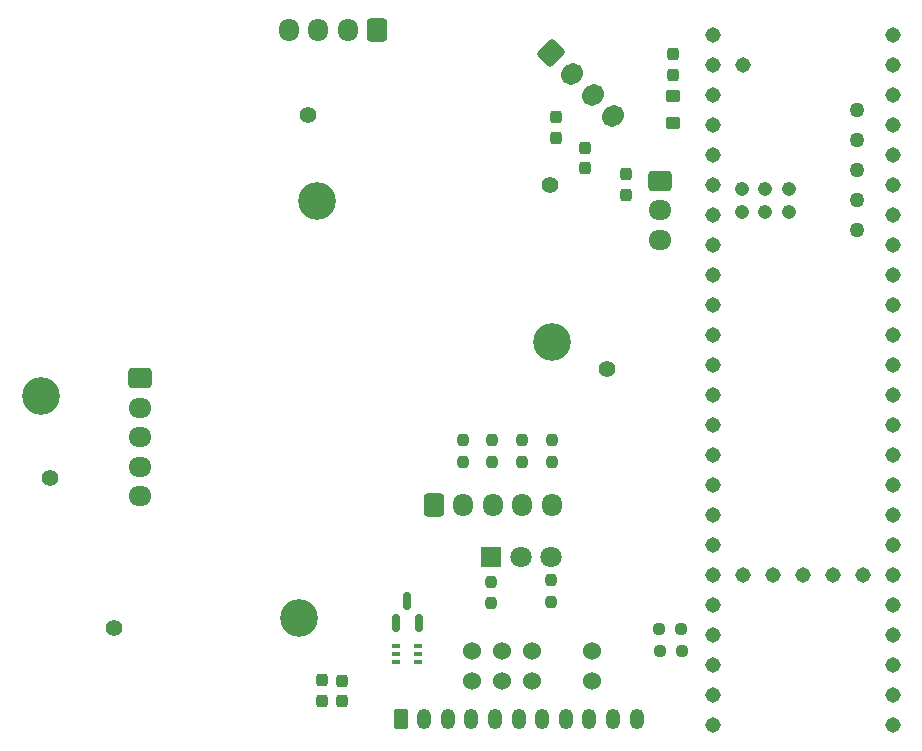
<source format=gbr>
%TF.GenerationSoftware,KiCad,Pcbnew,(5.99.0-12548-gc9aebb8529)*%
%TF.CreationDate,2021-09-28T22:04:13-04:00*%
%TF.ProjectId,TeensyWheel,5465656e-7379-4576-9865-656c2e6b6963,rev?*%
%TF.SameCoordinates,Original*%
%TF.FileFunction,Soldermask,Bot*%
%TF.FilePolarity,Negative*%
%FSLAX46Y46*%
G04 Gerber Fmt 4.6, Leading zero omitted, Abs format (unit mm)*
G04 Created by KiCad (PCBNEW (5.99.0-12548-gc9aebb8529)) date 2021-09-28 22:04:13*
%MOMM*%
%LPD*%
G01*
G04 APERTURE LIST*
G04 Aperture macros list*
%AMRoundRect*
0 Rectangle with rounded corners*
0 $1 Rounding radius*
0 $2 $3 $4 $5 $6 $7 $8 $9 X,Y pos of 4 corners*
0 Add a 4 corners polygon primitive as box body*
4,1,4,$2,$3,$4,$5,$6,$7,$8,$9,$2,$3,0*
0 Add four circle primitives for the rounded corners*
1,1,$1+$1,$2,$3*
1,1,$1+$1,$4,$5*
1,1,$1+$1,$6,$7*
1,1,$1+$1,$8,$9*
0 Add four rect primitives between the rounded corners*
20,1,$1+$1,$2,$3,$4,$5,0*
20,1,$1+$1,$4,$5,$6,$7,0*
20,1,$1+$1,$6,$7,$8,$9,0*
20,1,$1+$1,$8,$9,$2,$3,0*%
%AMHorizOval*
0 Thick line with rounded ends*
0 $1 width*
0 $2 $3 position (X,Y) of the first rounded end (center of the circle)*
0 $4 $5 position (X,Y) of the second rounded end (center of the circle)*
0 Add line between two ends*
20,1,$1,$2,$3,$4,$5,0*
0 Add two circle primitives to create the rounded ends*
1,1,$1,$2,$3*
1,1,$1,$4,$5*%
G04 Aperture macros list end*
%ADD10C,1.400000*%
%ADD11C,3.200000*%
%ADD12R,1.800000X1.800000*%
%ADD13C,1.800000*%
%ADD14C,1.524000*%
%ADD15RoundRect,0.237500X-0.237500X0.300000X-0.237500X-0.300000X0.237500X-0.300000X0.237500X0.300000X0*%
%ADD16R,0.650000X0.400000*%
%ADD17RoundRect,0.237500X0.237500X-0.300000X0.237500X0.300000X-0.237500X0.300000X-0.237500X-0.300000X0*%
%ADD18RoundRect,0.250000X-0.600000X-0.725000X0.600000X-0.725000X0.600000X0.725000X-0.600000X0.725000X0*%
%ADD19O,1.700000X1.950000*%
%ADD20RoundRect,0.237500X-0.237500X0.250000X-0.237500X-0.250000X0.237500X-0.250000X0.237500X0.250000X0*%
%ADD21RoundRect,0.150000X0.150000X-0.587500X0.150000X0.587500X-0.150000X0.587500X-0.150000X-0.587500X0*%
%ADD22RoundRect,0.250000X-0.936916X-0.088388X-0.088388X-0.936916X0.936916X0.088388X0.088388X0.936916X0*%
%ADD23HorizOval,1.700000X-0.088388X-0.088388X0.088388X0.088388X0*%
%ADD24RoundRect,0.237500X0.250000X0.237500X-0.250000X0.237500X-0.250000X-0.237500X0.250000X-0.237500X0*%
%ADD25RoundRect,0.250000X-0.350000X-0.625000X0.350000X-0.625000X0.350000X0.625000X-0.350000X0.625000X0*%
%ADD26O,1.200000X1.750000*%
%ADD27RoundRect,0.250000X0.600000X0.725000X-0.600000X0.725000X-0.600000X-0.725000X0.600000X-0.725000X0*%
%ADD28C,1.308000*%
%ADD29C,1.258000*%
%ADD30C,1.208000*%
%ADD31RoundRect,0.250000X-0.725000X0.600000X-0.725000X-0.600000X0.725000X-0.600000X0.725000X0.600000X0*%
%ADD32O,1.950000X1.700000*%
%ADD33RoundRect,0.250000X-0.350000X0.275000X-0.350000X-0.275000X0.350000X-0.275000X0.350000X0.275000X0*%
G04 APERTURE END LIST*
D10*
%TO.C,REF\u002A\u002A*%
X69460000Y-107810000D03*
%TD*%
%TO.C,REF\u002A\u002A*%
X47570000Y-138590000D03*
%TD*%
D11*
%TO.C,REF\u002A\u002A*%
X68690000Y-150400000D03*
%TD*%
%TO.C,REF\u002A\u002A*%
X46830000Y-131650000D03*
%TD*%
%TO.C,REF\u002A\u002A*%
X70230000Y-115120000D03*
%TD*%
D12*
%TO.C,D1*%
X84930000Y-145220000D03*
D13*
X87470000Y-145220000D03*
X90010000Y-145220000D03*
%TD*%
D10*
%TO.C,REF\u002A\u002A*%
X89960000Y-113770000D03*
%TD*%
%TO.C,REF\u002A\u002A*%
X94800000Y-129320000D03*
%TD*%
D11*
%TO.C,REF\u002A\u002A*%
X90100000Y-127070000D03*
%TD*%
D10*
%TO.C,REF\u002A\u002A*%
X53010000Y-151280000D03*
%TD*%
D14*
%TO.C,SW5*%
X83290000Y-155710000D03*
X85830000Y-155710000D03*
X88370000Y-155710000D03*
X93450000Y-155710000D03*
X83290000Y-153170000D03*
X85830000Y-153170000D03*
X88370000Y-153170000D03*
X93450000Y-153170000D03*
%TD*%
D15*
%TO.C,C1*%
X96360000Y-112847500D03*
X96360000Y-114572500D03*
%TD*%
D16*
%TO.C,Q1*%
X78800000Y-152830000D03*
X78800000Y-153480000D03*
X78800000Y-154130000D03*
X76900000Y-154130000D03*
X76900000Y-153480000D03*
X76900000Y-152830000D03*
%TD*%
D17*
%TO.C,C6*%
X70640000Y-157420000D03*
X70640000Y-155695000D03*
%TD*%
D18*
%TO.C,J5*%
X80080000Y-140820000D03*
D19*
X82580000Y-140820000D03*
X85080000Y-140820000D03*
X87580000Y-140820000D03*
X90080000Y-140820000D03*
%TD*%
D20*
%TO.C,R1*%
X82560000Y-135377500D03*
X82560000Y-137202500D03*
%TD*%
%TO.C,R5*%
X84930000Y-147327500D03*
X84930000Y-149152500D03*
%TD*%
D17*
%TO.C,C5*%
X72320000Y-157450000D03*
X72320000Y-155725000D03*
%TD*%
D21*
%TO.C,D2*%
X78820000Y-150867500D03*
X76920000Y-150867500D03*
X77870000Y-148992500D03*
%TD*%
D20*
%TO.C,R4*%
X90090000Y-135377500D03*
X90090000Y-137202500D03*
%TD*%
D15*
%TO.C,C4*%
X92880000Y-110587500D03*
X92880000Y-112312500D03*
%TD*%
D22*
%TO.C,J2*%
X90006218Y-102570482D03*
D23*
X91773985Y-104338249D03*
X93541752Y-106106016D03*
X95309519Y-107873783D03*
%TD*%
D24*
%TO.C,R7*%
X101002500Y-151360000D03*
X99177500Y-151360000D03*
%TD*%
D17*
%TO.C,C3*%
X100330000Y-104412500D03*
X100330000Y-102687500D03*
%TD*%
D25*
%TO.C,J3*%
X77280000Y-158940000D03*
D26*
X79280000Y-158940000D03*
X81280000Y-158940000D03*
X83280000Y-158940000D03*
X85280000Y-158940000D03*
X87280000Y-158940000D03*
X89280000Y-158940000D03*
X91280000Y-158940000D03*
X93280000Y-158940000D03*
X95280000Y-158940000D03*
X97280000Y-158940000D03*
%TD*%
D27*
%TO.C,J6*%
X75330000Y-100600000D03*
D19*
X72830000Y-100600000D03*
X70330000Y-100600000D03*
X67830000Y-100600000D03*
%TD*%
D28*
%TO.C,U1*%
X118970000Y-103630000D03*
X118970000Y-106170000D03*
X118970000Y-108710000D03*
X118970000Y-111250000D03*
X118970000Y-136650000D03*
X103730000Y-106170000D03*
X113890000Y-146810000D03*
X118970000Y-113790000D03*
X118970000Y-116330000D03*
D29*
X115920000Y-107440000D03*
D28*
X118970000Y-118870000D03*
X118970000Y-121410000D03*
X118970000Y-123950000D03*
X118970000Y-126490000D03*
X118970000Y-129030000D03*
X118970000Y-131570000D03*
X118970000Y-134110000D03*
X103730000Y-134110000D03*
X103730000Y-131570000D03*
X103730000Y-129030000D03*
X103730000Y-126490000D03*
X103730000Y-123950000D03*
X103730000Y-121410000D03*
X103730000Y-118870000D03*
X103730000Y-116330000D03*
X103730000Y-113790000D03*
X103730000Y-111250000D03*
X103730000Y-108710000D03*
X118970000Y-139190000D03*
X118970000Y-141730000D03*
X118970000Y-144270000D03*
X118970000Y-146810000D03*
X118970000Y-149350000D03*
X118970000Y-151890000D03*
X118970000Y-154430000D03*
X118970000Y-156970000D03*
X118970000Y-159510000D03*
X103730000Y-159510000D03*
X103730000Y-156970000D03*
X103730000Y-154430000D03*
X103730000Y-151890000D03*
X103730000Y-149350000D03*
X103730000Y-146810000D03*
X103730000Y-144270000D03*
X103730000Y-141730000D03*
X103730000Y-139190000D03*
D29*
X115920000Y-112520000D03*
X115920000Y-109980000D03*
D28*
X118970000Y-101090000D03*
X103730000Y-136650000D03*
X103730000Y-103630000D03*
X111350000Y-146810000D03*
D30*
X108180000Y-116060000D03*
X108180000Y-114060000D03*
D28*
X106270000Y-146810000D03*
X108810000Y-146810000D03*
D30*
X106180000Y-114060000D03*
X106180000Y-116060000D03*
X110180000Y-116060000D03*
X110180000Y-114060000D03*
D29*
X115920000Y-115060000D03*
X115920000Y-117600000D03*
D28*
X116430000Y-146810000D03*
X103730000Y-101090000D03*
X106270000Y-103630000D03*
%TD*%
D24*
%TO.C,R8*%
X101092500Y-153220000D03*
X99267500Y-153220000D03*
%TD*%
D20*
%TO.C,R2*%
X85050000Y-135377500D03*
X85050000Y-137202500D03*
%TD*%
D31*
%TO.C,J1*%
X99250000Y-113390000D03*
D32*
X99250000Y-115890000D03*
X99250000Y-118390000D03*
%TD*%
D33*
%TO.C,FB1*%
X100370000Y-106240000D03*
X100370000Y-108540000D03*
%TD*%
D31*
%TO.C,J4*%
X55220000Y-130130000D03*
D32*
X55220000Y-132630000D03*
X55220000Y-135130000D03*
X55220000Y-137630000D03*
X55220000Y-140130000D03*
%TD*%
D15*
%TO.C,C2*%
X90480000Y-108027500D03*
X90480000Y-109752500D03*
%TD*%
D20*
%TO.C,R6*%
X90000000Y-147217500D03*
X90000000Y-149042500D03*
%TD*%
%TO.C,R3*%
X87570000Y-135385000D03*
X87570000Y-137210000D03*
%TD*%
M02*

</source>
